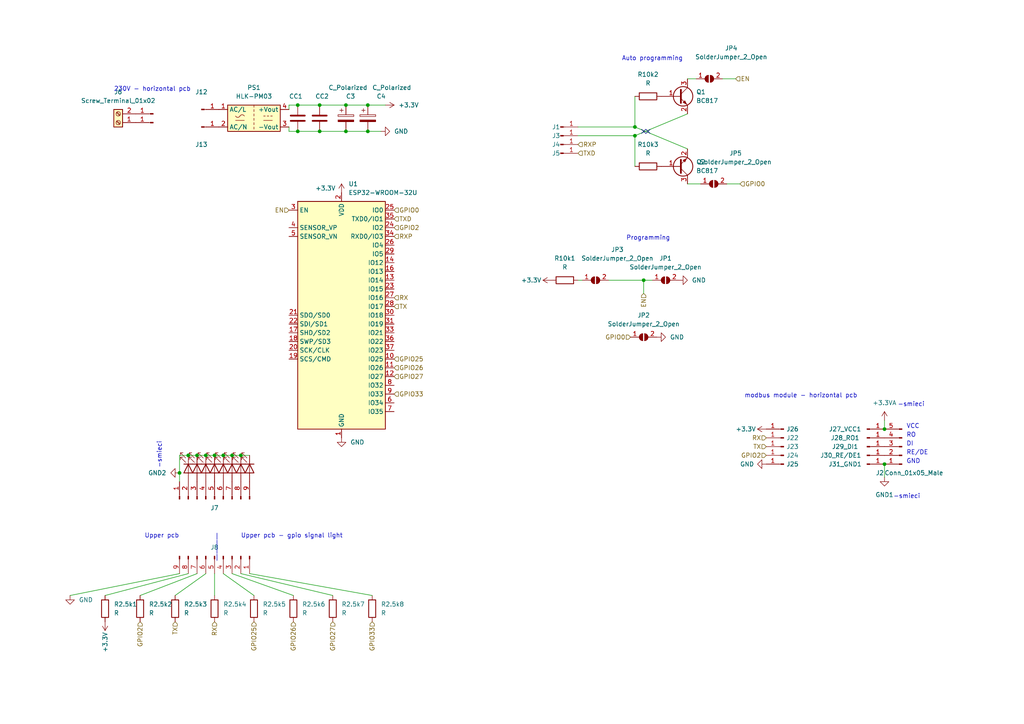
<source format=kicad_sch>
(kicad_sch (version 20211123) (generator eeschema)
  (paper "A4")
  (lib_symbols
    (symbol "Connector:Conn_01x01_Male" (pin_names (offset 1.016) hide)
      (property "Reference" "J" (at 0 2.54 0))
      (property "Value" "Conn_01x01_Male" (at 0 -2.54 0))
      (symbol "Conn_01x01_Male_1_1"
        (polyline (pts (xy 1.27 0) (xy 0.8636 0)) (stroke (width 0.1524)))
        (rectangle (start 0.8636 0.127) (end 0 -0.127) (stroke (width 0.1524)) (fill (type outline)))
        (pin passive line (at 5.08 0 180) (length 3.81) (name "Pin_1") (number "1"))
      )
    )
    (symbol "Connector:Conn_01x05_Male" (pin_names (offset 1.016) hide)
      (property "Reference" "J" (at 0 7.62 0))
      (property "Value" "Conn_01x05_Male" (at 0 -7.62 0))
      (symbol "Conn_01x05_Male_1_1"
        (polyline (pts (xy 1.27 -5.08) (xy 0.8636 -5.08)) (stroke (width 0.1524)))
        (polyline (pts (xy 1.27 -2.54) (xy 0.8636 -2.54)) (stroke (width 0.1524)))
        (polyline (pts (xy 1.27 0) (xy 0.8636 0)) (stroke (width 0.1524)))
        (polyline (pts (xy 1.27 2.54) (xy 0.8636 2.54)) (stroke (width 0.1524)))
        (polyline (pts (xy 1.27 5.08) (xy 0.8636 5.08)) (stroke (width 0.1524)))
        (rectangle (start 0.8636 -4.953) (end 0 -5.207) (stroke (width 0.1524)) (fill (type outline)))
        (rectangle (start 0.8636 -2.413) (end 0 -2.667) (stroke (width 0.1524)) (fill (type outline)))
        (rectangle (start 0.8636 0.127) (end 0 -0.127) (stroke (width 0.1524)) (fill (type outline)))
        (rectangle (start 0.8636 2.667) (end 0 2.413) (stroke (width 0.1524)) (fill (type outline)))
        (rectangle (start 0.8636 5.207) (end 0 4.953) (stroke (width 0.1524)) (fill (type outline)))
        (pin passive line (at 5.08 5.08 180) (length 3.81) (name "Pin_1") (number "1"))
        (pin passive line (at 5.08 2.54 180) (length 3.81) (name "Pin_2") (number "2"))
        (pin passive line (at 5.08 0 180) (length 3.81) (name "Pin_3") (number "3"))
        (pin passive line (at 5.08 -2.54 180) (length 3.81) (name "Pin_4") (number "4"))
        (pin passive line (at 5.08 -5.08 180) (length 3.81) (name "Pin_5") (number "5"))
      )
    )
    (symbol "Connector:Conn_01x09_Male" (pin_names (offset 1.016) hide)
      (property "Reference" "J" (at 0 12.7 0))
      (property "Value" "Conn_01x09_Male" (at 0 -12.7 0))
      (symbol "Conn_01x09_Male_1_1"
        (polyline (pts (xy 1.27 -10.16) (xy 0.8636 -10.16)) (stroke (width 0.1524)))
        (polyline (pts (xy 1.27 -7.62) (xy 0.8636 -7.62)) (stroke (width 0.1524)))
        (polyline (pts (xy 1.27 -5.08) (xy 0.8636 -5.08)) (stroke (width 0.1524)))
        (polyline (pts (xy 1.27 -2.54) (xy 0.8636 -2.54)) (stroke (width 0.1524)))
        (polyline (pts (xy 1.27 0) (xy 0.8636 0)) (stroke (width 0.1524)))
        (polyline (pts (xy 1.27 2.54) (xy 0.8636 2.54)) (stroke (width 0.1524)))
        (polyline (pts (xy 1.27 5.08) (xy 0.8636 5.08)) (stroke (width 0.1524)))
        (polyline (pts (xy 1.27 7.62) (xy 0.8636 7.62)) (stroke (width 0.1524)))
        (polyline (pts (xy 1.27 10.16) (xy 0.8636 10.16)) (stroke (width 0.1524)))
        (rectangle (start 0.8636 -10.033) (end 0 -10.287) (stroke (width 0.1524)) (fill (type outline)))
        (rectangle (start 0.8636 -7.493) (end 0 -7.747) (stroke (width 0.1524)) (fill (type outline)))
        (rectangle (start 0.8636 -4.953) (end 0 -5.207) (stroke (width 0.1524)) (fill (type outline)))
        (rectangle (start 0.8636 -2.413) (end 0 -2.667) (stroke (width 0.1524)) (fill (type outline)))
        (rectangle (start 0.8636 0.127) (end 0 -0.127) (stroke (width 0.1524)) (fill (type outline)))
        (rectangle (start 0.8636 2.667) (end 0 2.413) (stroke (width 0.1524)) (fill (type outline)))
        (rectangle (start 0.8636 5.207) (end 0 4.953) (stroke (width 0.1524)) (fill (type outline)))
        (rectangle (start 0.8636 7.747) (end 0 7.493) (stroke (width 0.1524)) (fill (type outline)))
        (rectangle (start 0.8636 10.287) (end 0 10.033) (stroke (width 0.1524)) (fill (type outline)))
        (pin passive line (at 5.08 10.16 180) (length 3.81) (name "Pin_1") (number "1"))
        (pin passive line (at 5.08 7.62 180) (length 3.81) (name "Pin_2") (number "2"))
        (pin passive line (at 5.08 5.08 180) (length 3.81) (name "Pin_3") (number "3"))
        (pin passive line (at 5.08 2.54 180) (length 3.81) (name "Pin_4") (number "4"))
        (pin passive line (at 5.08 0 180) (length 3.81) (name "Pin_5") (number "5"))
        (pin passive line (at 5.08 -2.54 180) (length 3.81) (name "Pin_6") (number "6"))
        (pin passive line (at 5.08 -5.08 180) (length 3.81) (name "Pin_7") (number "7"))
        (pin passive line (at 5.08 -7.62 180) (length 3.81) (name "Pin_8") (number "8"))
        (pin passive line (at 5.08 -10.16 180) (length 3.81) (name "Pin_9") (number "9"))
      )
    )
    (symbol "Connector:Screw_Terminal_01x02" (pin_names (offset 1.016) hide)
      (property "Reference" "J" (at 0 2.54 0))
      (property "Value" "Screw_Terminal_01x02" (at 0 -5.08 0))
      (symbol "Screw_Terminal_01x02_1_1"
        (rectangle (start -1.27 1.27) (end 1.27 -3.81) (stroke (width 0.254)) (fill (type background)))
        (circle (center 0 -2.54) (radius 0.635) (stroke (width 0.1524)))
        (polyline (pts (xy -0.5334 -2.2098) (xy 0.3302 -3.048)) (stroke (width 0.1524)))
        (polyline (pts (xy -0.5334 0.3302) (xy 0.3302 -0.508)) (stroke (width 0.1524)))
        (polyline (pts (xy -0.3556 -2.032) (xy 0.508 -2.8702)) (stroke (width 0.1524)))
        (polyline (pts (xy -0.3556 0.508) (xy 0.508 -0.3302)) (stroke (width 0.1524)))
        (circle (center 0 0) (radius 0.635) (stroke (width 0.1524)))
        (pin passive line (at -5.08 0 0) (length 3.81) (name "Pin_1") (number "1"))
        (pin passive line (at -5.08 -2.54 0) (length 3.81) (name "Pin_2") (number "2"))
      )
    )
    (symbol "Converter_ACDC:HLK-PM03"
      (property "Reference" "PS" (at 0 5.08 0))
      (property "Value" "HLK-PM03" (at 0 -5.08 0))
      (symbol "HLK-PM03_0_1"
        (rectangle (start -7.62 3.81) (end 7.62 -3.81) (stroke (width 0.254)) (fill (type background)))
        (arc (start -5.334 0.635) (mid -4.699 0.2495) (end -4.064 0.635))
        (arc (start -2.794 0.635) (mid -3.429 1.0072) (end -4.064 0.635))
        (polyline (pts (xy -5.334 -0.635) (xy -2.794 -0.635)))
        (polyline (pts (xy 0 -2.54) (xy 0 -3.175)))
        (polyline (pts (xy 0 -1.27) (xy 0 -1.905)))
        (polyline (pts (xy 0 0) (xy 0 -0.635)))
        (polyline (pts (xy 0 1.27) (xy 0 0.635)))
        (polyline (pts (xy 0 2.54) (xy 0 1.905)))
        (polyline (pts (xy 0 3.81) (xy 0 3.175)))
        (polyline (pts (xy 2.794 -0.635) (xy 5.334 -0.635)))
        (polyline (pts (xy 2.794 0.635) (xy 3.302 0.635)))
        (polyline (pts (xy 3.81 0.635) (xy 4.318 0.635)))
        (polyline (pts (xy 4.826 0.635) (xy 5.334 0.635)))
      )
      (symbol "HLK-PM03_1_1"
        (pin power_in line (at -10.16 2.54 0) (length 2.54) (name "AC/L") (number "1"))
        (pin power_in line (at -10.16 -2.54 0) (length 2.54) (name "AC/N") (number "2"))
        (pin power_out line (at 10.16 -2.54 180) (length 2.54) (name "-Vout") (number "3"))
        (pin power_out line (at 10.16 2.54 180) (length 2.54) (name "+Vout") (number "4"))
      )
    )
    (symbol "Device:C" (pin_numbers hide) (pin_names (offset 0.254))
      (property "Reference" "C" (at 0.635 2.54 0))
      (property "Value" "C" (at 0.635 -2.54 0))
      (symbol "C_0_1"
        (polyline (pts (xy -2.032 -0.762) (xy 2.032 -0.762)) (stroke (width 0.508)))
        (polyline (pts (xy -2.032 0.762) (xy 2.032 0.762)) (stroke (width 0.508)))
      )
      (symbol "C_1_1"
        (pin passive line (at 0 3.81 270) (length 2.794) (name "~") (number "1"))
        (pin passive line (at 0 -3.81 90) (length 2.794) (name "~") (number "2"))
      )
    )
    (symbol "Device:C_Polarized" (pin_numbers hide) (pin_names (offset 0.254))
      (property "Reference" "C" (at 0.635 2.54 0))
      (property "Value" "C_Polarized" (at 0.635 -2.54 0))
      (symbol "C_Polarized_0_1"
        (rectangle (start -2.286 0.508) (end 2.286 1.016))
        (polyline (pts (xy -1.778 2.286) (xy -0.762 2.286)))
        (polyline (pts (xy -1.27 2.794) (xy -1.27 1.778)))
        (rectangle (start 2.286 -0.508) (end -2.286 -1.016) (fill (type outline)))
      )
      (symbol "C_Polarized_1_1"
        (pin passive line (at 0 3.81 270) (length 2.794) (name "~") (number "1"))
        (pin passive line (at 0 -3.81 90) (length 2.794) (name "~") (number "2"))
      )
    )
    (symbol "Device:LED" (pin_numbers hide) (pin_names (offset 1.016) hide)
      (property "Reference" "D" (at 0 2.54 0))
      (property "Value" "LED" (at 0 -2.54 0))
      (symbol "LED_0_1"
        (polyline (pts (xy -1.27 -1.27) (xy -1.27 1.27)) (stroke (width 0.254)))
        (polyline (pts (xy -1.27 0) (xy 1.27 0)))
        (polyline (pts (xy 1.27 -1.27) (xy 1.27 1.27) (xy -1.27 0) (xy 1.27 -1.27)) (stroke (width 0.254)))
        (polyline (pts (xy -3.048 -0.762) (xy -4.572 -2.286) (xy -3.81 -2.286) (xy -4.572 -2.286) (xy -4.572 -1.524)))
        (polyline (pts (xy -1.778 -0.762) (xy -3.302 -2.286) (xy -2.54 -2.286) (xy -3.302 -2.286) (xy -3.302 -1.524)))
      )
      (symbol "LED_1_1"
        (pin passive line (at -3.81 0 0) (length 2.54) (name "K") (number "1"))
        (pin passive line (at 3.81 0 180) (length 2.54) (name "A") (number "2"))
      )
    )
    (symbol "Device:R" (pin_numbers hide) (pin_names (offset 0))
      (property "Reference" "R" (at 2.032 0 90))
      (property "Value" "R" (at 0 0 90))
      (symbol "R_0_1"
        (rectangle (start -1.016 -2.54) (end 1.016 2.54) (stroke (width 0.254)))
      )
      (symbol "R_1_1"
        (pin passive line (at 0 3.81 270) (length 1.27) (name "~") (number "1"))
        (pin passive line (at 0 -3.81 90) (length 1.27) (name "~") (number "2"))
      )
    )
    (symbol "Jumper:SolderJumper_2_Open" (pin_names (offset 0) hide)
      (property "Reference" "JP" (at 0 2.032 0))
      (property "Value" "SolderJumper_2_Open" (at 0 -2.54 0))
      (symbol "SolderJumper_2_Open_0_1"
        (arc (start -0.254 1.016) (mid -1.27 0) (end -0.254 -1.016))
        (arc (start -0.254 1.016) (mid -1.27 0) (end -0.254 -1.016) (fill (type outline)))
        (polyline (pts (xy -0.254 1.016) (xy -0.254 -1.016)))
        (polyline (pts (xy 0.254 1.016) (xy 0.254 -1.016)))
        (arc (start 0.254 -1.016) (mid 1.27 0) (end 0.254 1.016))
        (arc (start 0.254 -1.016) (mid 1.27 0) (end 0.254 1.016) (fill (type outline)))
      )
      (symbol "SolderJumper_2_Open_1_1"
        (pin passive line (at -3.81 0 0) (length 2.54) (name "A") (number "1"))
        (pin passive line (at 3.81 0 180) (length 2.54) (name "B") (number "2"))
      )
    )
    (symbol "RF_Module:ESP32-WROOM-32U"
      (property "Reference" "U" (at -12.7 34.29 0))
      (property "Value" "ESP32-WROOM-32U" (at 1.27 34.29 0))
      (symbol "ESP32-WROOM-32U_0_1"
        (rectangle (start -12.7 33.02) (end 12.7 -33.02) (stroke (width 0.254)) (fill (type background)))
      )
      (symbol "ESP32-WROOM-32U_1_1"
        (pin power_in line (at 0 -35.56 90) (length 2.54) (name "GND") (number "1"))
        (pin bidirectional line (at 15.24 -12.7 180) (length 2.54) (name "IO25") (number "10"))
        (pin bidirectional line (at 15.24 -15.24 180) (length 2.54) (name "IO26") (number "11"))
        (pin bidirectional line (at 15.24 -17.78 180) (length 2.54) (name "IO27") (number "12"))
        (pin bidirectional line (at 15.24 10.16 180) (length 2.54) (name "IO14") (number "13"))
        (pin bidirectional line (at 15.24 15.24 180) (length 2.54) (name "IO12") (number "14"))
        (pin passive line (at 0 -35.56 90) (length 2.54) hide (name "GND") (number "15"))
        (pin bidirectional line (at 15.24 12.7 180) (length 2.54) (name "IO13") (number "16"))
        (pin bidirectional line (at -15.24 -5.08 0) (length 2.54) (name "SHD/SD2") (number "17"))
        (pin bidirectional line (at -15.24 -7.62 0) (length 2.54) (name "SWP/SD3") (number "18"))
        (pin bidirectional line (at -15.24 -12.7 0) (length 2.54) (name "SCS/CMD") (number "19"))
        (pin power_in line (at 0 35.56 270) (length 2.54) (name "VDD") (number "2"))
        (pin bidirectional line (at -15.24 -10.16 0) (length 2.54) (name "SCK/CLK") (number "20"))
        (pin bidirectional line (at -15.24 0 0) (length 2.54) (name "SDO/SD0") (number "21"))
        (pin bidirectional line (at -15.24 -2.54 0) (length 2.54) (name "SDI/SD1") (number "22"))
        (pin bidirectional line (at 15.24 7.62 180) (length 2.54) (name "IO15") (number "23"))
        (pin bidirectional line (at 15.24 25.4 180) (length 2.54) (name "IO2") (number "24"))
        (pin bidirectional line (at 15.24 30.48 180) (length 2.54) (name "IO0") (number "25"))
        (pin bidirectional line (at 15.24 20.32 180) (length 2.54) (name "IO4") (number "26"))
        (pin bidirectional line (at 15.24 5.08 180) (length 2.54) (name "IO16") (number "27"))
        (pin bidirectional line (at 15.24 2.54 180) (length 2.54) (name "IO17") (number "28"))
        (pin bidirectional line (at 15.24 17.78 180) (length 2.54) (name "IO5") (number "29"))
        (pin input line (at -15.24 30.48 0) (length 2.54) (name "EN") (number "3"))
        (pin bidirectional line (at 15.24 0 180) (length 2.54) (name "IO18") (number "30"))
        (pin bidirectional line (at 15.24 -2.54 180) (length 2.54) (name "IO19") (number "31"))
        (pin no_connect line (at -12.7 -27.94 0) (length 2.54) hide (name "NC") (number "32"))
        (pin bidirectional line (at 15.24 -5.08 180) (length 2.54) (name "IO21") (number "33"))
        (pin bidirectional line (at 15.24 22.86 180) (length 2.54) (name "RXD0/IO3") (number "34"))
        (pin bidirectional line (at 15.24 27.94 180) (length 2.54) (name "TXD0/IO1") (number "35"))
        (pin bidirectional line (at 15.24 -7.62 180) (length 2.54) (name "IO22") (number "36"))
        (pin bidirectional line (at 15.24 -10.16 180) (length 2.54) (name "IO23") (number "37"))
        (pin passive line (at 0 -35.56 90) (length 2.54) hide (name "GND") (number "38"))
        (pin passive line (at 0 -35.56 90) (length 2.54) hide (name "GND") (number "39"))
        (pin input line (at -15.24 25.4 0) (length 2.54) (name "SENSOR_VP") (number "4"))
        (pin input line (at -15.24 22.86 0) (length 2.54) (name "SENSOR_VN") (number "5"))
        (pin input line (at 15.24 -25.4 180) (length 2.54) (name "IO34") (number "6"))
        (pin input line (at 15.24 -27.94 180) (length 2.54) (name "IO35") (number "7"))
        (pin bidirectional line (at 15.24 -20.32 180) (length 2.54) (name "IO32") (number "8"))
        (pin bidirectional line (at 15.24 -22.86 180) (length 2.54) (name "IO33") (number "9"))
      )
    )
    (symbol "Transistor_BJT:BC817" (pin_names (offset 0) hide)
      (property "Reference" "Q" (at 5.08 1.905 0))
      (property "Value" "BC817" (at 5.08 0 0))
      (symbol "BC817_0_1"
        (polyline (pts (xy 0.635 0.635) (xy 2.54 2.54)))
        (polyline (pts (xy 0.635 -0.635) (xy 2.54 -2.54) (xy 2.54 -2.54)))
        (polyline (pts (xy 0.635 1.905) (xy 0.635 -1.905) (xy 0.635 -1.905)) (stroke (width 0.508)))
        (polyline (pts (xy 1.27 -1.778) (xy 1.778 -1.27) (xy 2.286 -2.286) (xy 1.27 -1.778) (xy 1.27 -1.778)) (fill (type outline)))
        (circle (center 1.27 0) (radius 2.8194) (stroke (width 0.254)))
      )
      (symbol "BC817_1_1"
        (pin input line (at -5.08 0 0) (length 5.715) (name "B") (number "1"))
        (pin passive line (at 2.54 -5.08 90) (length 2.54) (name "E") (number "2"))
        (pin passive line (at 2.54 5.08 270) (length 2.54) (name "C") (number "3"))
      )
    )
    (symbol "power:+3.3V" (power) (pin_names (offset 0))
      (property "Value" "+3.3V" (at 0 3.556 0))
      (symbol "+3.3V_0_1"
        (polyline (pts (xy -0.762 1.27) (xy 0 2.54)))
        (polyline (pts (xy 0 0) (xy 0 2.54)))
        (polyline (pts (xy 0 2.54) (xy 0.762 1.27)))
      )
      (symbol "+3.3V_1_1"
        (pin power_in line (at 0 0 90) (length 0) hide (name "+3.3V") (number "1"))
      )
    )
    (symbol "power:+3.3VA" (power) (pin_names (offset 0))
      (property "Value" "+3.3VA" (at 0 3.556 0))
      (symbol "+3.3VA_0_1"
        (polyline (pts (xy -0.762 1.27) (xy 0 2.54)))
        (polyline (pts (xy 0 0) (xy 0 2.54)))
        (polyline (pts (xy 0 2.54) (xy 0.762 1.27)))
      )
      (symbol "+3.3VA_1_1"
        (pin power_in line (at 0 0 90) (length 0) hide (name "+3.3VA") (number "1"))
      )
    )
    (symbol "power:GND" (power) (pin_names (offset 0))
      (property "Value" "GND" (at 0 -3.81 0))
      (symbol "GND_0_1"
        (polyline (pts (xy 0 0) (xy 0 -1.27) (xy 1.27 -1.27) (xy 0 -2.54) (xy -1.27 -1.27) (xy 0 -1.27)))
      )
      (symbol "GND_1_1"
        (pin power_in line (at 0 0 270) (length 0) hide (name "GND") (number "1"))
      )
    )
    (symbol "power:GND1" (power) (pin_names (offset 0))
      (property "Value" "GND1" (at 0 -3.81 0))
      (symbol "GND1_0_1"
        (polyline (pts (xy 0 0) (xy 0 -1.27) (xy 1.27 -1.27) (xy 0 -2.54) (xy -1.27 -1.27) (xy 0 -1.27)))
      )
      (symbol "GND1_1_1"
        (pin power_in line (at 0 0 270) (length 0) hide (name "GND1") (number "1"))
      )
    )
    (symbol "power:GND2" (power) (pin_names (offset 0))
      (property "Value" "GND2" (at 0 -3.81 0))
      (symbol "GND2_0_1"
        (polyline (pts (xy 0 0) (xy 0 -1.27) (xy 1.27 -1.27) (xy 0 -2.54) (xy -1.27 -1.27) (xy 0 -1.27)))
      )
      (symbol "GND2_1_1"
        (pin power_in line (at 0 0 270) (length 0) hide (name "GND2") (number "1"))
      )
    )
  )
  (junction (at 184.15 36.83))
  (junction (at 52.07 137.16))
  (junction (at 106.68 38.1))
  (junction (at 256.54 134.62))
  (junction (at 86.36 38.1))
  (junction (at 59.69 132.08))
  (junction (at 67.31 132.08))
  (junction (at 62.23 132.08))
  (junction (at 256.54 124.46))
  (junction (at 57.15 132.08))
  (junction (at 100.33 30.48))
  (junction (at 54.61 132.08))
  (junction (at 186.69 81.28))
  (junction (at 86.36 30.48))
  (junction (at 106.68 30.48))
  (junction (at 64.77 132.08))
  (junction (at 69.85 132.08))
  (junction (at 184.15 39.37))
  (junction (at 100.33 38.1))
  (junction (at 92.71 38.1))
  (junction (at 92.71 30.48))
  (no_connect (at 186.69 38.1))
  (no_connect (at 187.96 38.1))
  (wire (pts (xy 30.48 172.72) (xy 54.61 166.37)))
  (wire (pts (xy 72.39 166.37) (xy 107.95 172.72)))
  (wire (pts (xy 86.36 30.48) (xy 92.71 30.48)))
  (wire (pts (xy 52.07 132.08) (xy 52.07 137.16)))
  (wire (pts (xy 20.32 172.72) (xy 52.07 166.37)))
  (wire (pts (xy 176.53 81.28) (xy 186.69 81.28)))
  (wire (pts (xy 69.85 132.08) (xy 72.39 132.08)))
  (wire (pts (xy 54.61 132.08) (xy 57.15 132.08)))
  (wire (pts (xy 52.07 137.16) (xy 52.07 139.7)))
  (wire (pts (xy 86.36 30.48) (xy 83.82 30.48)))
  (wire (pts (xy 92.71 30.48) (xy 100.33 30.48)))
  (wire (pts (xy 62.23 172.72) (xy 62.23 166.37)))
  (wire (pts (xy 86.36 38.1) (xy 92.71 38.1)))
  (wire (pts (xy 50.8 172.72) (xy 59.69 166.37)))
  (wire (pts (xy 59.69 132.08) (xy 62.23 132.08)))
  (wire (pts (xy 67.31 166.37) (xy 85.09 172.72)))
  (wire (pts (xy 210.82 53.34) (xy 214.63 53.34)))
  (wire (pts (xy 69.85 166.37) (xy 96.52 172.72)))
  (wire (pts (xy 256.54 138.43) (xy 256.54 134.62)))
  (wire (pts (xy 167.64 36.83) (xy 184.15 36.83)))
  (wire (pts (xy 168.91 81.28) (xy 167.64 81.28)))
  (wire (pts (xy 52.07 132.08) (xy 54.61 132.08)))
  (wire (pts (xy 100.33 38.1) (xy 106.68 38.1)))
  (wire (pts (xy 184.15 36.83) (xy 184.15 27.94)))
  (wire (pts (xy 199.39 43.18) (xy 184.15 36.83)))
  (wire (pts (xy 86.36 38.1) (xy 83.82 38.1)))
  (wire (pts (xy 209.55 22.86) (xy 213.36 22.86)))
  (wire (pts (xy 186.69 81.28) (xy 186.69 85.09)))
  (wire (pts (xy 110.49 38.1) (xy 106.68 38.1)))
  (wire (pts (xy 57.15 132.08) (xy 59.69 132.08)))
  (wire (pts (xy 83.82 30.48) (xy 83.82 31.75)))
  (wire (pts (xy 67.31 132.08) (xy 69.85 132.08)))
  (wire (pts (xy 199.39 22.86) (xy 201.93 22.86)))
  (wire (pts (xy 40.64 172.72) (xy 57.15 166.37)))
  (wire (pts (xy 100.33 30.48) (xy 106.68 30.48)))
  (wire (pts (xy 184.15 39.37) (xy 184.15 48.26)))
  (wire (pts (xy 256.54 121.92) (xy 256.54 124.46)))
  (wire (pts (xy 199.39 53.34) (xy 203.2 53.34)))
  (wire (pts (xy 167.64 39.37) (xy 184.15 39.37)))
  (wire (pts (xy 62.23 132.08) (xy 64.77 132.08)))
  (wire (pts (xy 186.69 81.28) (xy 189.23 81.28)))
  (wire (pts (xy 111.76 30.48) (xy 106.68 30.48)))
  (wire (pts (xy 199.39 33.02) (xy 184.15 39.37)))
  (wire (pts (xy 64.77 166.37) (xy 73.66 172.72)))
  (wire (pts (xy 92.71 38.1) (xy 100.33 38.1)))
  (wire (pts (xy 83.82 38.1) (xy 83.82 36.83)))
  (wire (pts (xy 64.77 132.08) (xy 67.31 132.08)))
  (text "|\n|\n|\n|" (at 62.23 162.56 0) (effects (font (size 1.27 1.27)) (justify left bottom)))
  (text "Programming" (at 181.61 69.85 0) (effects (font (size 1.27 1.27)) (justify left bottom)))
  (text "Upper pcb" (at 41.91 156.21 0) (effects (font (size 1.27 1.27)) (justify left bottom)))
  (text "Upper pcb - gpio signal light" (at 69.85 156.21 0) (effects (font (size 1.27 1.27)) (justify left bottom)))
  (text "modbus module - horizontal pcb" (at 215.9 115.57 0) (effects (font (size 1.27 1.27)) (justify left bottom)))
  (text "Auto programming" (at 180.34 17.78 0) (effects (font (size 1.27 1.27)) (justify left bottom)))
  (text "RO" (at 262.89 127 0) (effects (font (size 1.27 1.27)) (justify left bottom)))
  (text "-smieci" (at 46.99 135.89 90) (effects (font (size 1.27 1.27)) (justify left bottom)))
  (text "-smieci" (at 259.08 144.78 0) (effects (font (size 1.27 1.27)) (justify left bottom)))
  (text "DI" (at 262.89 129.54 0) (effects (font (size 1.27 1.27)) (justify left bottom)))
  (text "VCC" (at 262.89 124.46 0) (effects (font (size 1.27 1.27)) (justify left bottom)))
  (text "230V - horizontal pcb" (at 33.02 26.67 0) (effects (font (size 1.27 1.27)) (justify left bottom)))
  (text "RE/DE" (at 262.89 132.08 0) (effects (font (size 1.27 1.27)) (justify left bottom)))
  (text "GND" (at 262.89 134.62 0) (effects (font (size 1.27 1.27)) (justify left bottom)))
  (text "-smieci" (at 260.35 118.11 0) (effects (font (size 1.27 1.27)) (justify left bottom)))
  (hierarchical_label "GPIO27" (shape input) (at 96.52 180.34 270))
  (hierarchical_label "RX" (shape input) (at 222.25 127 180))
  (hierarchical_label "TXD" (shape input) (at 114.3 63.5 0))
  (hierarchical_label "GPIO26" (shape input) (at 85.09 180.34 270))
  (hierarchical_label "GPIO27" (shape input) (at 114.3 109.22 0))
  (hierarchical_label "TX" (shape input) (at 222.25 129.54 180))
  (hierarchical_label "EN" (shape input) (at 186.69 85.09 270))
  (hierarchical_label "RXP" (shape input) (at 114.3 68.58 0))
  (hierarchical_label "GPIO2" (shape input) (at 40.64 180.34 270))
  (hierarchical_label "TX" (shape input) (at 50.8 180.34 270))
  (hierarchical_label "GPIO33" (shape input) (at 107.95 180.34 270))
  (hierarchical_label "GPIO0" (shape input) (at 114.3 60.96 0))
  (hierarchical_label "GPIO33" (shape input) (at 114.3 114.3 0))
  (hierarchical_label "RX" (shape input) (at 62.23 180.34 270))
  (hierarchical_label "TXD" (shape input) (at 167.64 44.45 0))
  (hierarchical_label "GPIO2" (shape input) (at 222.25 132.08 180))
  (hierarchical_label "GPIO0" (shape input) (at 214.63 53.34 0))
  (hierarchical_label "GPIO0" (shape input) (at 182.88 97.79 180))
  (hierarchical_label "EN" (shape input) (at 213.36 22.86 0))
  (hierarchical_label "RX" (shape input) (at 114.3 86.36 0))
  (hierarchical_label "RXP" (shape input) (at 167.64 41.91 0))
  (hierarchical_label "GPIO25" (shape input) (at 73.66 180.34 270))
  (hierarchical_label "TX" (shape input) (at 114.3 88.9 0))
  (hierarchical_label "GPIO26" (shape input) (at 114.3 106.68 0))
  (hierarchical_label "EN" (shape input) (at 83.82 60.96 180))
  (hierarchical_label "GPIO25" (shape input) (at 114.3 104.14 0))
  (hierarchical_label "GPIO2" (shape input) (at 114.3 66.04 0))
  (symbol (lib_id "Connector:Conn_01x01_Male") (at 58.42 31.75 0) (unit 1)
    (property "Reference" "J12" (at 58.42 26.67 0))
    (property "Value" "Conn_01x01_Male" (effects hide))
    (property "Footprint" "custom:TestPoint_Pad_4.0x4.0mm" (effects hide))
  )
  (symbol (lib_id "Device:R") (at 62.23 176.53 180) (unit 1)
    (property "Reference" "R2.5k4" (at 64.77 175.2599 0) (effects (justify right)))
    (property "Value" "R" (at 64.77 177.7999 0) (effects (justify right)))
    (property "Footprint" "Resistor_SMD:R_0805_2012Metric_Pad1.20x1.40mm_HandSolder" (effects hide))
  )
  (symbol (lib_id "Converter_ACDC:HLK-PM03") (at 73.66 34.29 0) (unit 1)
    (property "Reference" "PS1" (at 73.66 25.4 0))
    (property "Value" "HLK-PM03" (at 73.66 27.94 0))
    (property "Footprint" "Converter_ACDC:Converter_ACDC_HiLink_HLK-PMxx" (effects hide))
    (property "Datasheet" "http://www.hlktech.net/product_detail.php?ProId=59" (effects hide))
  )
  (symbol (lib_id "Device:R") (at 187.96 27.94 90) (unit 1)
    (property "Reference" "R10k2" (at 187.96 21.59 90))
    (property "Value" "R" (at 187.96 24.13 90))
    (property "Footprint" "Resistor_SMD:R_0805_2012Metric_Pad1.20x1.40mm_HandSolder" (effects hide))
  )
  (symbol (lib_id "Device:R") (at 50.8 176.53 180) (unit 1)
    (property "Reference" "R2.5k3" (at 53.34 175.2599 0) (effects (justify right)))
    (property "Value" "R" (at 53.34 177.7999 0) (effects (justify right)))
    (property "Footprint" "Resistor_SMD:R_0805_2012Metric_Pad1.20x1.40mm_HandSolder" (effects hide))
  )
  (symbol (lib_id "Device:R") (at 107.95 176.53 180) (unit 1)
    (property "Reference" "R2.5k8" (at 110.49 175.2599 0) (effects (justify right)))
    (property "Value" "R" (at 110.49 177.7999 0) (effects (justify right)))
    (property "Footprint" "Resistor_SMD:R_0805_2012Metric_Pad1.20x1.40mm_HandSolder" (effects hide))
  )
  (symbol (lib_id "Connector:Conn_01x01_Male") (at 162.56 39.37 0) (unit 1)
    (property "Reference" "J3" (at 161.29 39.37 0))
    (property "Value" "Conn_01x01_Male" (effects hide))
    (property "Footprint" "Connector_PinHeader_2.54mm:PinHeader_1x01_P2.54mm_Vertical" (effects hide))
  )
  (symbol (lib_id "Device:LED") (at 67.31 135.89 270) (unit 1)
    (property "Reference" "D6" (effects hide))
    (property "Value" "LED" (effects hide))
    (property "Footprint" "LED_SMD:LED_1206_3216Metric_ReverseMount_Hole1.8x2.4mm" (effects hide))
  )
  (symbol (lib_id "Device:C_Polarized") (at 100.33 34.29 0) (unit 1)
    (property "Reference" "C3" (at 100.33 27.94 0) (effects (justify left)))
    (property "Value" "C_Polarized" (at 95.25 25.4 0) (effects (justify left)))
    (property "Footprint" "Capacitor_SMD:CP_Elec_4x5.8" (effects hide))
  )
  (symbol (lib_id "power:GND") (at 110.49 38.1 90) (unit 1)
    (property "Reference" "#PWR0101" (effects hide))
    (property "Value" "GND" (at 114.3 38.0999 90) (effects (justify right)))
  )
  (symbol (lib_id "power:GND") (at 99.06 127 0) (unit 1)
    (property "Reference" "#PWR0105" (effects hide))
    (property "Value" "GND" (at 101.6 128.2699 0) (effects (justify left)))
  )
  (symbol (lib_id "Connector:Conn_01x01_Male") (at 44.45 35.56 180) (unit 1)
    (property "Reference" "J10" (effects hide))
    (property "Value" "Conn_01x01_Male" (effects hide))
    (property "Footprint" "custom:TestPoint_Pad_4.0x4.0mm" (effects hide))
  )
  (symbol (lib_id "Device:C_Polarized") (at 106.68 34.29 0) (unit 1)
    (property "Reference" "C4" (at 109.22 27.94 0) (effects (justify left)))
    (property "Value" "C_Polarized" (at 107.95 25.4 0) (effects (justify left)))
    (property "Footprint" "Capacitor_SMD:CP_Elec_4x5.8" (effects hide))
  )
  (symbol (lib_id "Connector:Conn_01x01_Male") (at 251.46 134.62 0) (unit 1)
    (property "Reference" "J31_GND1" (at 245.11 134.62 0))
    (property "Value" "Conn_01x01_Male" (effects hide))
    (property "Footprint" "custom:TestPoint_Pad_4.0x4.0mm2" (effects hide))
  )
  (symbol (lib_id "Jumper:SolderJumper_2_Open") (at 207.01 53.34 0) (unit 1)
    (property "Reference" "JP5" (at 213.36 44.45 0))
    (property "Value" "SolderJumper_2_Open" (at 213.36 46.99 0))
    (property "Footprint" "Jumper:SolderJumper-2_P1.3mm_Open_Pad1.0x1.5mm" (effects hide))
  )
  (symbol (lib_id "Connector:Conn_01x01_Male") (at 251.46 129.54 0) (unit 1)
    (property "Reference" "J29_DI1" (at 245.11 129.54 0))
    (property "Value" "Conn_01x01_Male" (effects hide))
    (property "Footprint" "custom:TestPoint_Pad_4.0x4.0mm2" (effects hide))
  )
  (symbol (lib_id "Device:R") (at 96.52 176.53 180) (unit 1)
    (property "Reference" "R2.5k7" (at 99.06 175.2599 0) (effects (justify right)))
    (property "Value" "R" (at 99.06 177.7999 0) (effects (justify right)))
    (property "Footprint" "Resistor_SMD:R_0805_2012Metric_Pad1.20x1.40mm_HandSolder" (effects hide))
  )
  (symbol (lib_id "power:GND2") (at 52.07 137.16 270) (unit 1)
    (property "Reference" "#PWR0114" (effects hide))
    (property "Value" "GND2" (at 48.26 137.1599 90) (effects (justify right)))
  )
  (symbol (lib_id "Connector:Conn_01x01_Male") (at 251.46 127 0) (unit 1)
    (property "Reference" "J28_RO1" (at 245.11 127 0))
    (property "Value" "Conn_01x01_Male" (effects hide))
    (property "Footprint" "custom:TestPoint_Pad_4.0x4.0mm2" (effects hide))
  )
  (symbol (lib_id "Device:R") (at 85.09 176.53 180) (unit 1)
    (property "Reference" "R2.5k6" (at 87.63 175.2599 0) (effects (justify right)))
    (property "Value" "R" (at 87.63 177.7999 0) (effects (justify right)))
    (property "Footprint" "Resistor_SMD:R_0805_2012Metric_Pad1.20x1.40mm_HandSolder" (effects hide))
  )
  (symbol (lib_id "Connector:Conn_01x09_Male") (at 62.23 161.29 270) (unit 1)
    (property "Reference" "J8" (at 62.23 158.75 90))
    (property "Value" "Conn_01x09_Male" (effects hide))
    (property "Footprint" "custom:PinHeader_1x09_P2.54mm_Horizontal" (effects hide))
  )
  (symbol (lib_id "Transistor_BJT:BC817") (at 196.85 48.26 0) (mirror x) (unit 1)
    (property "Reference" "Q2" (at 201.93 46.9899 0) (effects (justify left)))
    (property "Value" "BC817" (at 201.93 49.5299 0) (effects (justify left)))
    (property "Footprint" "Package_TO_SOT_SMD:SOT-23" (effects hide))
    (property "Datasheet" "https://www.onsemi.com/pub/Collateral/BC818-D.pdf" (effects hide))
  )
  (symbol (lib_id "Connector:Conn_01x01_Male") (at 251.46 124.46 0) (unit 1)
    (property "Reference" "J27_VCC1" (at 245.11 124.46 0))
    (property "Value" "Conn_01x01_Male" (effects hide))
    (property "Footprint" "custom:TestPoint_Pad_4.0x4.0mm2" (effects hide))
  )
  (symbol (lib_id "Device:LED") (at 72.39 135.89 270) (unit 1)
    (property "Reference" "D8" (effects hide))
    (property "Value" "LED" (effects hide))
    (property "Footprint" "LED_SMD:LED_1206_3216Metric_ReverseMount_Hole1.8x2.4mm" (effects hide))
  )
  (symbol (lib_id "Jumper:SolderJumper_2_Open") (at 205.74 22.86 0) (unit 1)
    (property "Reference" "JP4" (at 212.09 13.97 0))
    (property "Value" "SolderJumper_2_Open" (at 212.09 16.51 0))
    (property "Footprint" "Jumper:SolderJumper-2_P1.3mm_Open_Pad1.0x1.5mm" (effects hide))
  )
  (symbol (lib_id "Device:LED") (at 64.77 135.89 270) (unit 1)
    (property "Reference" "D5" (effects hide))
    (property "Value" "LED" (effects hide))
    (property "Footprint" "LED_SMD:LED_1206_3216Metric_ReverseMount_Hole1.8x2.4mm" (effects hide))
  )
  (symbol (lib_id "Device:LED") (at 62.23 135.89 270) (unit 1)
    (property "Reference" "D3" (effects hide))
    (property "Value" "LED" (effects hide))
    (property "Footprint" "LED_SMD:LED_1206_3216Metric_ReverseMount_Hole1.8x2.4mm" (effects hide))
  )
  (symbol (lib_id "Connector:Conn_01x01_Male") (at 162.56 44.45 0) (unit 1)
    (property "Reference" "J5" (at 161.29 44.45 0))
    (property "Value" "Conn_01x01_Male" (effects hide))
    (property "Footprint" "Connector_PinHeader_2.54mm:PinHeader_1x01_P2.54mm_Vertical" (effects hide))
  )
  (symbol (lib_id "Connector:Conn_01x01_Male") (at 227.33 124.46 180) (unit 1)
    (property "Reference" "J26" (at 229.87 124.46 0))
    (property "Value" "Conn_01x01_Male" (effects hide))
    (property "Footprint" "custom:TestPoint_Pad_4.0x4.0mm2" (effects hide))
  )
  (symbol (lib_id "power:+3.3V") (at 30.48 180.34 180) (unit 1)
    (property "Reference" "#PWR0111" (effects hide))
    (property "Value" "+3.3V" (at 30.48 189.23 90) (effects (justify right)))
  )
  (symbol (lib_id "Device:R") (at 30.48 176.53 180) (unit 1)
    (property "Reference" "R2.5k1" (at 33.02 175.2599 0) (effects (justify right)))
    (property "Value" "R" (at 33.02 177.7999 0) (effects (justify right)))
    (property "Footprint" "Resistor_SMD:R_0805_2012Metric_Pad1.20x1.40mm_HandSolder" (effects hide))
  )
  (symbol (lib_id "Device:C") (at 86.36 34.29 0) (unit 1)
    (property "Reference" "C1" (at 85.09 27.94 0) (effects (justify left)))
    (property "Value" "C" (at 83.82 27.94 0) (effects (justify left)))
    (property "Footprint" "Capacitor_SMD:C_0805_2012Metric_Pad1.18x1.45mm_HandSolder" (effects hide))
  )
  (symbol (lib_id "Device:R") (at 40.64 176.53 180) (unit 1)
    (property "Reference" "R2.5k2" (at 43.18 175.2599 0) (effects (justify right)))
    (property "Value" "R" (at 43.18 177.7999 0) (effects (justify right)))
    (property "Footprint" "Resistor_SMD:R_0805_2012Metric_Pad1.20x1.40mm_HandSolder" (effects hide))
  )
  (symbol (lib_id "Device:LED") (at 57.15 135.89 270) (unit 1)
    (property "Reference" "D1" (effects hide))
    (property "Value" "LED" (effects hide))
    (property "Footprint" "LED_SMD:LED_1206_3216Metric_ReverseMount_Hole1.8x2.4mm" (effects hide))
  )
  (symbol (lib_id "Connector:Conn_01x01_Male") (at 58.42 36.83 0) (unit 1)
    (property "Reference" "J13" (at 58.42 41.91 0))
    (property "Value" "Conn_01x01_Male" (effects hide))
    (property "Footprint" "custom:TestPoint_Pad_4.0x4.0mm" (effects hide))
  )
  (symbol (lib_id "Jumper:SolderJumper_2_Open") (at 172.72 81.28 0) (unit 1)
    (property "Reference" "JP3" (at 179.07 72.39 0))
    (property "Value" "SolderJumper_2_Open" (at 179.07 74.93 0))
    (property "Footprint" "Jumper:SolderJumper-2_P1.3mm_Open_Pad1.0x1.5mm" (effects hide))
  )
  (symbol (lib_id "Device:R") (at 187.96 48.26 90) (unit 1)
    (property "Reference" "R10k3" (at 187.96 41.91 90))
    (property "Value" "R" (at 187.96 44.45 90))
    (property "Footprint" "Resistor_SMD:R_0805_2012Metric_Pad1.20x1.40mm_HandSolder" (effects hide))
  )
  (symbol (lib_id "power:GND") (at 190.5 97.79 90) (unit 1)
    (property "Reference" "#PWR0108" (effects hide))
    (property "Value" "GND" (at 194.31 97.7899 90) (effects (justify right)))
  )
  (symbol (lib_id "Connector:Conn_01x01_Male") (at 227.33 134.62 180) (unit 1)
    (property "Reference" "J25" (at 229.87 134.62 0))
    (property "Value" "Conn_01x01_Male" (effects hide))
    (property "Footprint" "custom:TestPoint_Pad_4.0x4.0mm2" (effects hide))
  )
  (symbol (lib_id "Connector:Conn_01x01_Male") (at 251.46 132.08 0) (unit 1)
    (property "Reference" "J30_RE/DE1" (at 243.84 132.08 0))
    (property "Value" "Conn_01x01_Male" (effects hide))
    (property "Footprint" "custom:TestPoint_Pad_4.0x4.0mm2" (effects hide))
  )
  (symbol (lib_id "Device:R") (at 73.66 176.53 180) (unit 1)
    (property "Reference" "R2.5k5" (at 76.2 175.2599 0) (effects (justify right)))
    (property "Value" "R" (at 76.2 177.7999 0) (effects (justify right)))
    (property "Footprint" "Resistor_SMD:R_0805_2012Metric_Pad1.20x1.40mm_HandSolder" (effects hide))
  )
  (symbol (lib_id "Connector:Conn_01x05_Male") (at 261.62 129.54 180) (unit 1)
    (property "Reference" "J2" (at 254 137.16 0) (effects (justify right)))
    (property "Value" "Conn_01x05_Male" (at 256.54 137.16 0) (effects (justify right)))
    (property "Footprint" "Connector_PinHeader_2.54mm:PinHeader_1x05_P2.54mm_Vertical" (effects hide))
  )
  (symbol (lib_id "power:GND") (at 196.85 81.28 90) (unit 1)
    (property "Reference" "#PWR0103" (effects hide))
    (property "Value" "GND" (at 200.66 81.2799 90) (effects (justify right)))
  )
  (symbol (lib_id "Connector:Conn_01x01_Male") (at 227.33 132.08 180) (unit 1)
    (property "Reference" "J24" (at 229.87 132.08 0))
    (property "Value" "Conn_01x01_Male" (effects hide))
    (property "Footprint" "custom:TestPoint_Pad_4.0x4.0mm2" (effects hide))
  )
  (symbol (lib_id "Connector:Conn_01x01_Male") (at 44.45 33.02 180) (unit 1)
    (property "Reference" "J9" (effects hide))
    (property "Value" "Conn_01x01_Male" (effects hide))
    (property "Footprint" "custom:TestPoint_Pad_4.0x4.0mm" (effects hide))
  )
  (symbol (lib_id "Device:C") (at 92.71 34.29 0) (unit 1)
    (property "Reference" "C2" (at 92.71 27.94 0) (effects (justify left)))
    (property "Value" "C" (at 91.44 27.94 0) (effects (justify left)))
    (property "Footprint" "Capacitor_SMD:C_0805_2012Metric_Pad1.18x1.45mm_HandSolder" (effects hide))
  )
  (symbol (lib_id "Connector:Conn_01x01_Male") (at 227.33 129.54 180) (unit 1)
    (property "Reference" "J23" (at 229.87 129.54 0))
    (property "Value" "Conn_01x01_Male" (effects hide))
    (property "Footprint" "custom:TestPoint_Pad_4.0x4.0mm2" (effects hide))
  )
  (symbol (lib_id "Connector:Conn_01x09_Male") (at 62.23 144.78 90) (unit 1)
    (property "Reference" "J7" (at 62.23 147.32 90))
    (property "Value" "Conn_01x09_Male" (effects hide))
    (property "Footprint" "Connector_PinHeader_2.54mm:PinHeader_1x09_P2.54mm_Vertical" (effects hide))
  )
  (symbol (lib_id "RF_Module:ESP32-WROOM-32U") (at 99.06 91.44 0) (unit 1)
    (property "Reference" "U1" (at 101.0794 53.34 0) (effects (justify left)))
    (property "Value" "ESP32-WROOM-32U" (at 101.0794 55.88 0) (effects (justify left)))
    (property "Footprint" "RF_Module:ESP32-WROOM-32U" (effects hide))
    (property "Datasheet" "https://www.espressif.com/sites/default/files/documentation/esp32-wroom-32d_esp32-wroom-32u_datasheet_en.pdf" (effects hide))
  )
  (symbol (lib_id "Device:LED") (at 54.61 135.89 270) (unit 1)
    (property "Reference" "D4" (effects hide))
    (property "Value" "LED" (effects hide))
    (property "Footprint" "LED_SMD:LED_1206_3216Metric_ReverseMount_Hole1.8x2.4mm" (effects hide))
  )
  (symbol (lib_id "Device:R") (at 163.83 81.28 90) (unit 1)
    (property "Reference" "R10k1" (at 163.83 74.93 90))
    (property "Value" "R" (at 163.83 77.47 90))
    (property "Footprint" "Resistor_SMD:R_0805_2012Metric_Pad1.20x1.40mm_HandSolder" (effects hide))
  )
  (symbol (lib_id "power:+3.3V") (at 160.02 81.28 90) (unit 1)
    (property "Reference" "#PWR0104" (effects hide))
    (property "Value" "+3.3V" (at 151.13 81.28 90) (effects (justify right)))
  )
  (symbol (lib_id "Connector:Conn_01x01_Male") (at 227.33 127 180) (unit 1)
    (property "Reference" "J22" (at 229.87 127 0))
    (property "Value" "Conn_01x01_Male" (effects hide))
    (property "Footprint" "custom:TestPoint_Pad_4.0x4.0mm2" (effects hide))
  )
  (symbol (lib_id "power:+3.3V") (at 222.25 124.46 90) (unit 1)
    (property "Reference" "#PWR0109" (effects hide))
    (property "Value" "+3.3V" (at 213.36 124.46 90) (effects (justify right)))
  )
  (symbol (lib_id "Device:LED") (at 59.69 135.89 270) (unit 1)
    (property "Reference" "D2" (effects hide))
    (property "Value" "LED" (effects hide))
    (property "Footprint" "LED_SMD:LED_1206_3216Metric_ReverseMount_Hole1.8x2.4mm" (effects hide))
  )
  (symbol (lib_id "Jumper:SolderJumper_2_Open") (at 186.69 97.79 0) (unit 1)
    (property "Reference" "JP2" (at 186.69 91.44 0))
    (property "Value" "SolderJumper_2_Open" (at 186.69 93.98 0))
    (property "Footprint" "Jumper:SolderJumper-2_P1.3mm_Open_Pad1.0x1.5mm" (effects hide))
  )
  (symbol (lib_id "power:GND") (at 20.32 172.72 0) (unit 1)
    (property "Reference" "#PWR0110" (effects hide))
    (property "Value" "GND" (at 22.86 173.9899 0) (effects (justify left)))
  )
  (symbol (lib_id "Connector:Conn_01x01_Male") (at 162.56 36.83 0) (unit 1)
    (property "Reference" "J1" (at 161.29 36.83 0))
    (property "Value" "Conn_01x01_Male" (effects hide))
    (property "Footprint" "Connector_PinHeader_2.54mm:PinHeader_1x01_P2.54mm_Vertical" (effects hide))
  )
  (symbol (lib_id "power:GND") (at 222.25 134.62 270) (unit 1)
    (property "Reference" "#PWR0106" (effects hide))
    (property "Value" "GND" (at 214.63 134.62 90) (effects (justify left)))
  )
  (symbol (lib_id "Connector:Screw_Terminal_01x02") (at 34.29 35.56 180) (unit 1)
    (property "Reference" "J6" (at 34.29 26.67 0))
    (property "Value" "Screw_Terminal_01x02" (at 34.29 29.21 0))
    (property "Footprint" "Connector:JWT_A3963_1x02_P3.96mm_Vertical" (effects hide))
  )
  (symbol (lib_id "power:+3.3V") (at 111.76 30.48 270) (unit 1)
    (property "Reference" "#PWR0102" (effects hide))
    (property "Value" "+3.3V" (at 115.57 30.4799 90) (effects (justify left)))
  )
  (symbol (lib_id "power:+3.3V") (at 99.06 55.88 0) (unit 1)
    (property "Reference" "#PWR0107" (effects hide))
    (property "Value" "+3.3V" (at 91.44 54.61 0) (effects (justify left)))
  )
  (symbol (lib_id "Connector:Conn_01x01_Male") (at 162.56 41.91 0) (unit 1)
    (property "Reference" "J4" (at 161.29 41.91 0))
    (property "Value" "Conn_01x01_Male" (effects hide))
    (property "Footprint" "Connector_PinHeader_2.54mm:PinHeader_1x01_P2.54mm_Vertical" (effects hide))
  )
  (symbol (lib_id "Device:LED") (at 69.85 135.89 270) (unit 1)
    (property "Reference" "D7" (effects hide))
    (property "Value" "LED" (effects hide))
    (property "Footprint" "LED_SMD:LED_1206_3216Metric_ReverseMount_Hole1.8x2.4mm" (effects hide))
  )
  (symbol (lib_id "Jumper:SolderJumper_2_Open") (at 193.04 81.28 0) (unit 1)
    (property "Reference" "JP1" (at 193.04 74.93 0))
    (property "Value" "SolderJumper_2_Open" (at 193.04 77.47 0))
    (property "Footprint" "Jumper:SolderJumper-2_P1.3mm_Open_Pad1.0x1.5mm" (effects hide))
  )
  (symbol (lib_id "Transistor_BJT:BC817") (at 196.85 27.94 0) (unit 1)
    (property "Reference" "Q1" (at 201.93 26.6699 0) (effects (justify left)))
    (property "Value" "BC817" (at 201.93 29.2099 0) (effects (justify left)))
    (property "Footprint" "Package_TO_SOT_SMD:SOT-23" (effects hide))
    (property "Datasheet" "https://www.onsemi.com/pub/Collateral/BC818-D.pdf" (effects hide))
  )
  (symbol (lib_id "power:+3.3VA") (at 256.54 121.92 0) (unit 1)
    (property "Reference" "#PWR0112" (effects hide))
    (property "Value" "+3.3VA" (at 256.54 116.84 0))
  )
  (symbol (lib_id "power:GND1") (at 256.54 138.43 0) (unit 1)
    (property "Reference" "#PWR0113" (effects hide))
    (property "Value" "GND1" (at 256.54 143.51 0))
  )
)
</source>
